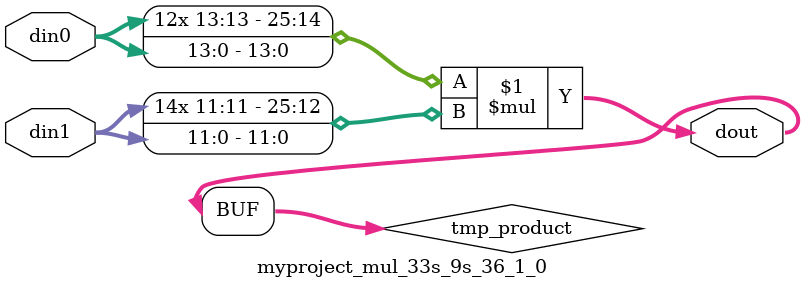
<source format=v>

`timescale 1 ns / 1 ps

  module myproject_mul_33s_9s_36_1_0(din0, din1, dout);
parameter ID = 1;
parameter NUM_STAGE = 0;
parameter din0_WIDTH = 14;
parameter din1_WIDTH = 12;
parameter dout_WIDTH = 26;

input [din0_WIDTH - 1 : 0] din0; 
input [din1_WIDTH - 1 : 0] din1; 
output [dout_WIDTH - 1 : 0] dout;

wire signed [dout_WIDTH - 1 : 0] tmp_product;













assign tmp_product = $signed(din0) * $signed(din1);








assign dout = tmp_product;







endmodule

</source>
